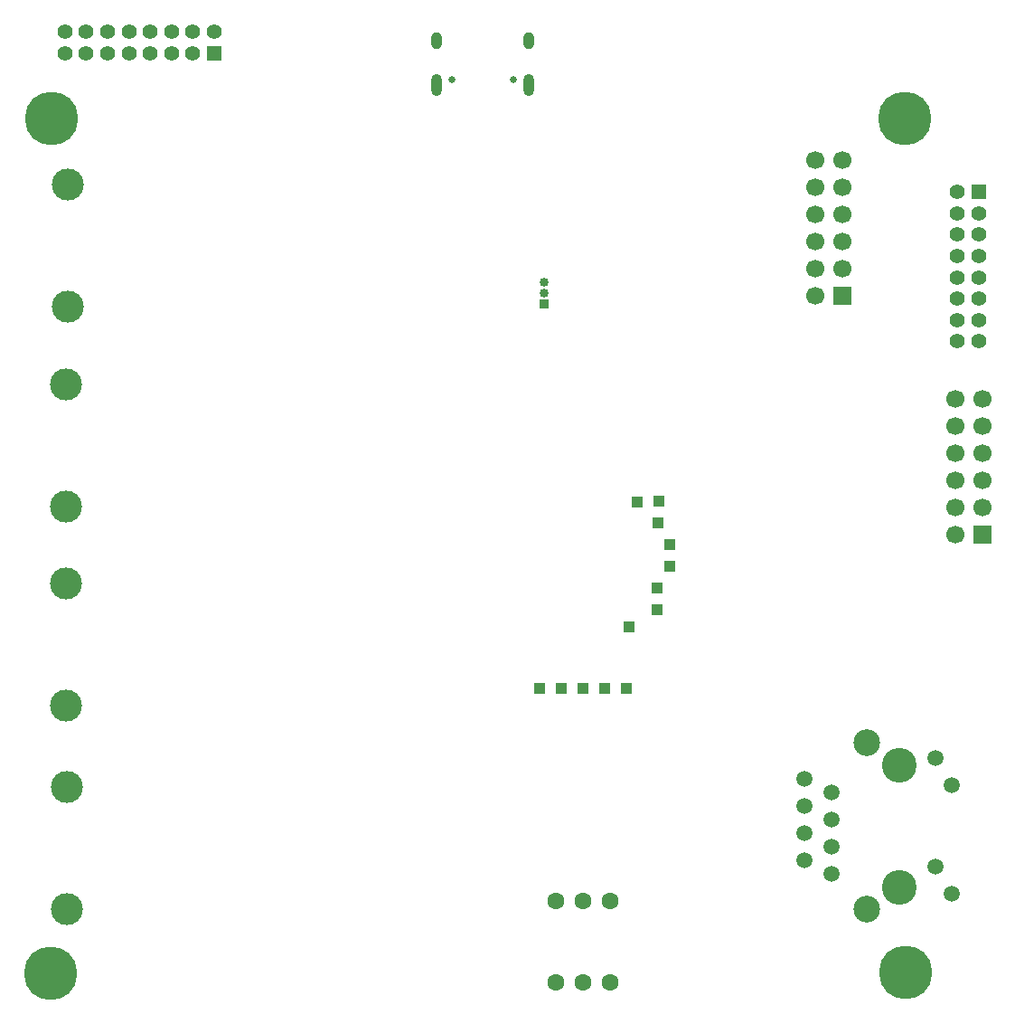
<source format=gbr>
%TF.GenerationSoftware,KiCad,Pcbnew,9.0.1*%
%TF.CreationDate,2025-07-09T12:24:19-07:00*%
%TF.ProjectId,peripheral_board_v1a,70657269-7068-4657-9261-6c5f626f6172,rev?*%
%TF.SameCoordinates,Original*%
%TF.FileFunction,Soldermask,Bot*%
%TF.FilePolarity,Negative*%
%FSLAX46Y46*%
G04 Gerber Fmt 4.6, Leading zero omitted, Abs format (unit mm)*
G04 Created by KiCad (PCBNEW 9.0.1) date 2025-07-09 12:24:19*
%MOMM*%
%LPD*%
G01*
G04 APERTURE LIST*
%ADD10R,1.700000X1.700000*%
%ADD11C,1.700000*%
%ADD12R,0.850000X0.850000*%
%ADD13C,0.850000*%
%ADD14C,3.000000*%
%ADD15C,5.000000*%
%ADD16C,3.250000*%
%ADD17C,1.520000*%
%ADD18C,2.500000*%
%ADD19C,1.600000*%
%ADD20R,1.400000X1.400000*%
%ADD21C,1.400000*%
%ADD22C,0.650000*%
%ADD23O,1.000000X2.100000*%
%ADD24O,1.000000X1.600000*%
%ADD25R,1.000000X1.000000*%
G04 APERTURE END LIST*
D10*
%TO.C,J2*%
X180875000Y-68950000D03*
D11*
X178335000Y-68950000D03*
X180875000Y-66410000D03*
X178335000Y-66410000D03*
X180875000Y-63870000D03*
X178335000Y-63870000D03*
X180875000Y-61330000D03*
X178335000Y-61330000D03*
X180875000Y-58790000D03*
X178335000Y-58790000D03*
X180875000Y-56250000D03*
X178335000Y-56250000D03*
%TD*%
D12*
%TO.C,J1*%
X152900000Y-69650000D03*
D13*
X152900000Y-68650000D03*
X152900000Y-67650000D03*
%TD*%
D14*
%TO.C,J8*%
X108225000Y-126315000D03*
X108225000Y-114885000D03*
%TD*%
D15*
%TO.C,H4*%
X106700000Y-132300000D03*
%TD*%
D14*
%TO.C,J7*%
X108125000Y-107315000D03*
X108125000Y-95885000D03*
%TD*%
D15*
%TO.C,H1*%
X106800000Y-52300000D03*
%TD*%
D14*
%TO.C,J5*%
X108300000Y-69930000D03*
X108300000Y-58500000D03*
%TD*%
D10*
%TO.C,J3*%
X193950000Y-91300000D03*
D11*
X191410000Y-91300000D03*
X193950000Y-88760000D03*
X191410000Y-88760000D03*
X193950000Y-86220000D03*
X191410000Y-86220000D03*
X193950000Y-83680000D03*
X191410000Y-83680000D03*
X193950000Y-81140000D03*
X191410000Y-81140000D03*
X193950000Y-78600000D03*
X191410000Y-78600000D03*
%TD*%
D16*
%TO.C,RJ1*%
X186220000Y-124280000D03*
X186220000Y-112840000D03*
D17*
X179870000Y-123010000D03*
X177330000Y-121740000D03*
X179870000Y-120460000D03*
X177330000Y-119190000D03*
X179870000Y-117930000D03*
X177330000Y-116660000D03*
X179870000Y-115390000D03*
X177330000Y-114120000D03*
X189600000Y-122350000D03*
X191120000Y-124890000D03*
X189600000Y-112230000D03*
X191120000Y-114770000D03*
D18*
X183170000Y-126330000D03*
X183170000Y-110790000D03*
%TD*%
D19*
%TO.C,SW3*%
X159065000Y-133180000D03*
X156525000Y-133180000D03*
X153985000Y-133180000D03*
X159065000Y-125560000D03*
X156525000Y-125560000D03*
X153985000Y-125560000D03*
%TD*%
D20*
%TO.C,CN2*%
X193600000Y-59200000D03*
D21*
X191600000Y-59200000D03*
X193600000Y-61200000D03*
X191600000Y-61200000D03*
X193600000Y-63200000D03*
X191600000Y-63200000D03*
X193600000Y-65200000D03*
X191600000Y-65200000D03*
X193600000Y-67200000D03*
X191600000Y-67200000D03*
X193600000Y-69200000D03*
X191600000Y-69200000D03*
X193600000Y-71200000D03*
X191600000Y-71200000D03*
X193600000Y-73200000D03*
X191600000Y-73200000D03*
%TD*%
D15*
%TO.C,H2*%
X186700000Y-52300000D03*
%TD*%
D20*
%TO.C,CN1*%
X122000000Y-46200000D03*
D21*
X122000000Y-44200000D03*
X120000000Y-46200000D03*
X120000000Y-44200000D03*
X118000000Y-46200000D03*
X118000000Y-44200000D03*
X116000000Y-46200000D03*
X116000000Y-44200000D03*
X114000000Y-46200000D03*
X114000000Y-44200000D03*
X112000000Y-46200000D03*
X112000000Y-44200000D03*
X110000000Y-46200000D03*
X110000000Y-44200000D03*
X108000000Y-46200000D03*
X108000000Y-44200000D03*
%TD*%
D14*
%TO.C,J6*%
X108125000Y-88615000D03*
X108125000Y-77185000D03*
%TD*%
D22*
%TO.C,J4*%
X150060000Y-48700000D03*
X144280000Y-48700000D03*
D23*
X151490000Y-49230000D03*
D24*
X151490000Y-45050000D03*
D23*
X142850000Y-49230000D03*
D24*
X142850000Y-45050000D03*
%TD*%
D15*
%TO.C,H3*%
X186750000Y-132250000D03*
%TD*%
D25*
%TO.C,TP23*%
X163650000Y-88150000D03*
%TD*%
%TO.C,TP32*%
X163449999Y-98300000D03*
%TD*%
%TO.C,TP27*%
X164650000Y-92200000D03*
%TD*%
%TO.C,TP15*%
X158600000Y-105650000D03*
%TD*%
%TO.C,TP11*%
X154500000Y-105649999D03*
%TD*%
%TO.C,TP25*%
X163600000Y-90200000D03*
%TD*%
%TO.C,TP17*%
X160600000Y-105650000D03*
%TD*%
%TO.C,TP33*%
X160900000Y-99900000D03*
%TD*%
%TO.C,TP13*%
X156550000Y-105650000D03*
%TD*%
%TO.C,TP29*%
X164650000Y-94200000D03*
%TD*%
%TO.C,TP22*%
X161600000Y-88200000D03*
%TD*%
%TO.C,TP10*%
X152450001Y-105650000D03*
%TD*%
%TO.C,TP30*%
X163450000Y-96300000D03*
%TD*%
M02*

</source>
